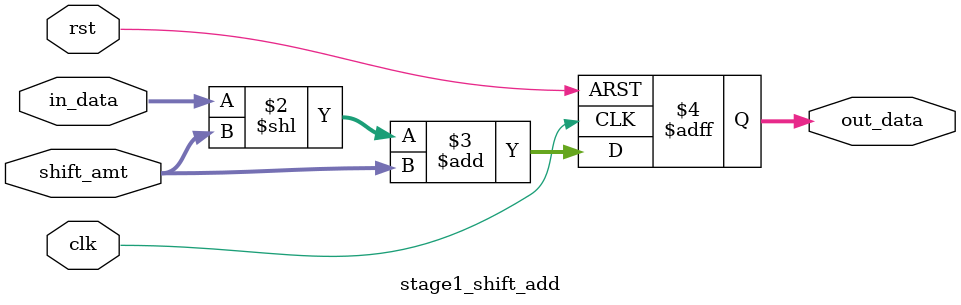
<source format=v>
module stage1_shift_add (
    input wire clk,
    input wire rst,
    input wire [15:0] in_data,
    input wire [2:0] shift_amt,  // key_bits[5:3]
    output reg [15:0] out_data
);

always @(posedge clk or posedge rst) begin
    if (rst)
        out_data <= 16'd0;
    else
        out_data <= (in_data << shift_amt) + shift_amt;
end

endmodule

</source>
